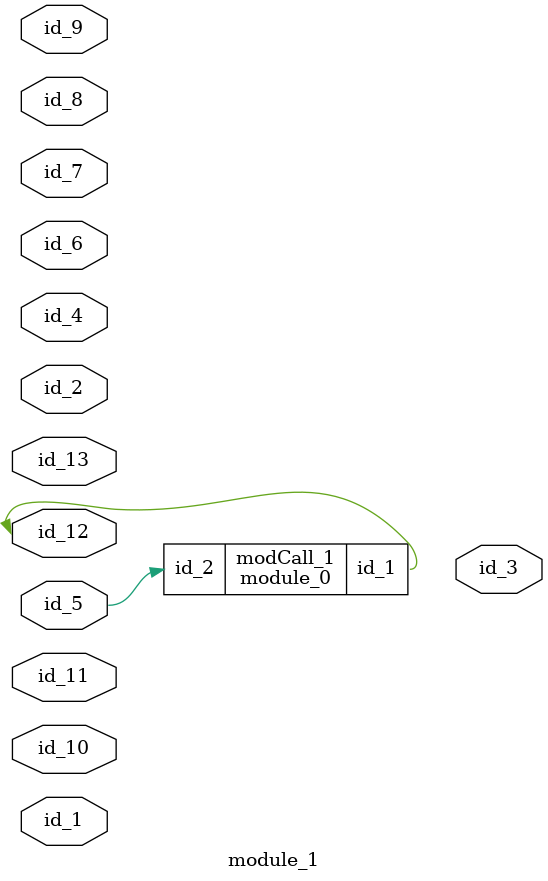
<source format=v>
module module_0 (
    id_1,
    id_2
);
  input wire id_2;
  output wire id_1;
  assign module_1.id_2 = 0;
endmodule
module module_1 (
    id_1,
    id_2,
    id_3,
    id_4,
    id_5,
    id_6,
    id_7,
    id_8,
    id_9,
    id_10,
    id_11,
    id_12,
    id_13
);
  input wire id_13;
  inout wire id_12;
  inout wire id_11;
  inout wire id_10;
  inout wire id_9;
  inout wire id_8;
  input wire id_7;
  inout wire id_6;
  input wire id_5;
  input wire id_4;
  output wire id_3;
  input wire id_2;
  input wire id_1;
  module_0 modCall_1 (
      id_12,
      id_5
  );
  wire id_14;
endmodule

</source>
